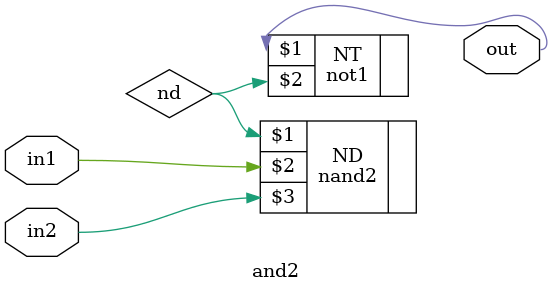
<source format=v>
module and2(out, in1, in2);
    input in1, in2;
    output out;

    wire nd;
    nand2 ND(nd, in1, in2);
    not1 NT(out, nd);
endmodule
</source>
